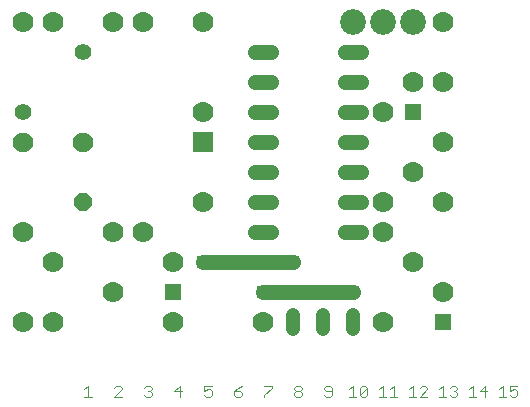
<source format=gtl>
G75*
%MOIN*%
%OFA0B0*%
%FSLAX25Y25*%
%IPPOS*%
%LPD*%
%AMOC8*
5,1,8,0,0,1.08239X$1,22.5*
%
%ADD10C,0.00300*%
%ADD11C,0.07000*%
%ADD12C,0.01299*%
%ADD13C,0.01187*%
%ADD14R,0.05543X0.05543*%
%ADD15R,0.07000X0.07000*%
%ADD16C,0.04756*%
%ADD17C,0.08600*%
%ADD18C,0.05543*%
%ADD19C,0.05150*%
%ADD20R,0.04356X0.04356*%
%ADD21C,0.05000*%
D10*
X0089305Y0014487D02*
X0091773Y0014487D01*
X0090539Y0014487D02*
X0090539Y0018190D01*
X0089305Y0016956D01*
X0099305Y0017573D02*
X0099922Y0018190D01*
X0101156Y0018190D01*
X0101773Y0017573D01*
X0101773Y0016956D01*
X0099305Y0014487D01*
X0101773Y0014487D01*
X0109305Y0015104D02*
X0109922Y0014487D01*
X0111156Y0014487D01*
X0111773Y0015104D01*
X0111773Y0015721D01*
X0111156Y0016339D01*
X0110539Y0016339D01*
X0111156Y0016339D02*
X0111773Y0016956D01*
X0111773Y0017573D01*
X0111156Y0018190D01*
X0109922Y0018190D01*
X0109305Y0017573D01*
X0119305Y0016339D02*
X0121773Y0016339D01*
X0121156Y0018190D02*
X0121156Y0014487D01*
X0119305Y0016339D02*
X0121156Y0018190D01*
X0129305Y0018190D02*
X0129305Y0016339D01*
X0130539Y0016956D01*
X0131156Y0016956D01*
X0131773Y0016339D01*
X0131773Y0015104D01*
X0131156Y0014487D01*
X0129922Y0014487D01*
X0129305Y0015104D01*
X0129305Y0018190D02*
X0131773Y0018190D01*
X0139305Y0016339D02*
X0141156Y0016339D01*
X0141773Y0015721D01*
X0141773Y0015104D01*
X0141156Y0014487D01*
X0139922Y0014487D01*
X0139305Y0015104D01*
X0139305Y0016339D01*
X0140539Y0017573D01*
X0141773Y0018190D01*
X0149305Y0018190D02*
X0151773Y0018190D01*
X0151773Y0017573D01*
X0149305Y0015104D01*
X0149305Y0014487D01*
X0159305Y0015104D02*
X0159922Y0014487D01*
X0161156Y0014487D01*
X0161773Y0015104D01*
X0161773Y0015721D01*
X0161156Y0016339D01*
X0159922Y0016339D01*
X0159305Y0016956D01*
X0159305Y0017573D01*
X0159922Y0018190D01*
X0161156Y0018190D01*
X0161773Y0017573D01*
X0161773Y0016956D01*
X0161156Y0016339D01*
X0159922Y0016339D02*
X0159305Y0015721D01*
X0159305Y0015104D01*
X0169305Y0015104D02*
X0169922Y0014487D01*
X0171156Y0014487D01*
X0171773Y0015104D01*
X0171773Y0017573D01*
X0171156Y0018190D01*
X0169922Y0018190D01*
X0169305Y0017573D01*
X0169305Y0016956D01*
X0169922Y0016339D01*
X0171773Y0016339D01*
X0177463Y0016956D02*
X0178697Y0018190D01*
X0178697Y0014487D01*
X0177463Y0014487D02*
X0179932Y0014487D01*
X0181146Y0015104D02*
X0183615Y0017573D01*
X0183615Y0015104D01*
X0182998Y0014487D01*
X0181763Y0014487D01*
X0181146Y0015104D01*
X0181146Y0017573D01*
X0181763Y0018190D01*
X0182998Y0018190D01*
X0183615Y0017573D01*
X0187463Y0016956D02*
X0188697Y0018190D01*
X0188697Y0014487D01*
X0187463Y0014487D02*
X0189932Y0014487D01*
X0191146Y0014487D02*
X0193615Y0014487D01*
X0192381Y0014487D02*
X0192381Y0018190D01*
X0191146Y0016956D01*
X0197463Y0016956D02*
X0198697Y0018190D01*
X0198697Y0014487D01*
X0197463Y0014487D02*
X0199932Y0014487D01*
X0201146Y0014487D02*
X0203615Y0016956D01*
X0203615Y0017573D01*
X0202998Y0018190D01*
X0201763Y0018190D01*
X0201146Y0017573D01*
X0201146Y0014487D02*
X0203615Y0014487D01*
X0207463Y0014487D02*
X0209932Y0014487D01*
X0208697Y0014487D02*
X0208697Y0018190D01*
X0207463Y0016956D01*
X0211146Y0017573D02*
X0211763Y0018190D01*
X0212998Y0018190D01*
X0213615Y0017573D01*
X0213615Y0016956D01*
X0212998Y0016339D01*
X0213615Y0015721D01*
X0213615Y0015104D01*
X0212998Y0014487D01*
X0211763Y0014487D01*
X0211146Y0015104D01*
X0212381Y0016339D02*
X0212998Y0016339D01*
X0217463Y0016956D02*
X0218697Y0018190D01*
X0218697Y0014487D01*
X0217463Y0014487D02*
X0219932Y0014487D01*
X0221146Y0016339D02*
X0223615Y0016339D01*
X0222998Y0018190D02*
X0222998Y0014487D01*
X0221146Y0016339D02*
X0222998Y0018190D01*
X0227463Y0016956D02*
X0228697Y0018190D01*
X0228697Y0014487D01*
X0227463Y0014487D02*
X0229932Y0014487D01*
X0231146Y0015104D02*
X0231763Y0014487D01*
X0232998Y0014487D01*
X0233615Y0015104D01*
X0233615Y0016339D01*
X0232998Y0016956D01*
X0232381Y0016956D01*
X0231146Y0016339D01*
X0231146Y0018190D01*
X0233615Y0018190D01*
D11*
X0068897Y0039337D03*
X0078897Y0039337D03*
X0098897Y0049337D03*
X0078897Y0059337D03*
X0068897Y0069337D03*
X0098897Y0069337D03*
X0108897Y0069337D03*
X0118897Y0059337D03*
X0118897Y0039337D03*
X0148897Y0039337D03*
X0188897Y0039337D03*
X0208897Y0049337D03*
X0198897Y0059337D03*
X0188897Y0069337D03*
X0188897Y0079337D03*
X0198897Y0089337D03*
X0208897Y0079337D03*
X0208897Y0099337D03*
X0188897Y0109337D03*
X0198897Y0119337D03*
X0208897Y0119337D03*
X0208897Y0139337D03*
X0128897Y0139337D03*
X0108897Y0139337D03*
X0098897Y0139337D03*
X0078897Y0139337D03*
X0068897Y0139337D03*
X0128897Y0109337D03*
X0128897Y0079337D03*
D12*
X0089323Y0097390D02*
X0089973Y0096740D01*
X0087821Y0096740D01*
X0086300Y0098261D01*
X0086300Y0100413D01*
X0087821Y0101934D01*
X0089973Y0101934D01*
X0091494Y0100413D01*
X0091494Y0098261D01*
X0089973Y0096740D01*
X0089570Y0097714D01*
X0088224Y0097714D01*
X0087274Y0098664D01*
X0087274Y0100010D01*
X0088224Y0100960D01*
X0089570Y0100960D01*
X0090520Y0100010D01*
X0090520Y0098664D01*
X0089570Y0097714D01*
X0089165Y0098688D01*
X0088629Y0098688D01*
X0088248Y0099069D01*
X0088248Y0099605D01*
X0088629Y0099986D01*
X0089165Y0099986D01*
X0089546Y0099605D01*
X0089546Y0099069D01*
X0089165Y0098688D01*
X0069323Y0097390D02*
X0069973Y0096740D01*
X0067821Y0096740D01*
X0066300Y0098261D01*
X0066300Y0100413D01*
X0067821Y0101934D01*
X0069973Y0101934D01*
X0071494Y0100413D01*
X0071494Y0098261D01*
X0069973Y0096740D01*
X0069570Y0097714D01*
X0068224Y0097714D01*
X0067274Y0098664D01*
X0067274Y0100010D01*
X0068224Y0100960D01*
X0069570Y0100960D01*
X0070520Y0100010D01*
X0070520Y0098664D01*
X0069570Y0097714D01*
X0069165Y0098688D01*
X0068629Y0098688D01*
X0068248Y0099069D01*
X0068248Y0099605D01*
X0068629Y0099986D01*
X0069165Y0099986D01*
X0069546Y0099605D01*
X0069546Y0099069D01*
X0069165Y0098688D01*
D13*
X0089287Y0077557D02*
X0089881Y0076963D01*
X0087913Y0076963D01*
X0086523Y0078353D01*
X0086523Y0080321D01*
X0087913Y0081711D01*
X0089881Y0081711D01*
X0091271Y0080321D01*
X0091271Y0078353D01*
X0089881Y0076963D01*
X0089512Y0077854D01*
X0088282Y0077854D01*
X0087414Y0078722D01*
X0087414Y0079952D01*
X0088282Y0080820D01*
X0089512Y0080820D01*
X0090380Y0079952D01*
X0090380Y0078722D01*
X0089512Y0077854D01*
X0089143Y0078745D01*
X0088651Y0078745D01*
X0088305Y0079091D01*
X0088305Y0079583D01*
X0088651Y0079929D01*
X0089143Y0079929D01*
X0089489Y0079583D01*
X0089489Y0079091D01*
X0089143Y0078745D01*
D14*
X0118897Y0049337D03*
X0198897Y0109337D03*
X0208897Y0039337D03*
D15*
X0128897Y0099337D03*
D16*
X0158897Y0041715D02*
X0158897Y0036959D01*
X0168897Y0036959D02*
X0168897Y0041715D01*
X0178897Y0041715D02*
X0178897Y0036959D01*
D17*
X0178897Y0139337D03*
X0188897Y0139337D03*
X0198897Y0139337D03*
D18*
X0088897Y0129337D03*
X0068897Y0109337D03*
D19*
X0146323Y0109337D02*
X0151472Y0109337D01*
X0151472Y0099337D02*
X0146323Y0099337D01*
X0146323Y0089337D02*
X0151472Y0089337D01*
X0151472Y0079337D02*
X0146323Y0079337D01*
X0146323Y0069337D02*
X0151472Y0069337D01*
X0176323Y0069337D02*
X0181472Y0069337D01*
X0181472Y0079337D02*
X0176323Y0079337D01*
X0176323Y0089337D02*
X0181472Y0089337D01*
X0181472Y0099337D02*
X0176323Y0099337D01*
X0176323Y0109337D02*
X0181472Y0109337D01*
X0181472Y0119337D02*
X0176323Y0119337D01*
X0176323Y0129337D02*
X0181472Y0129337D01*
X0151472Y0129337D02*
X0146323Y0129337D01*
X0146323Y0119337D02*
X0151472Y0119337D01*
D20*
X0158897Y0059337D03*
X0148897Y0049337D03*
X0128897Y0059337D03*
X0178897Y0049337D03*
D21*
X0148897Y0049337D01*
X0158897Y0059337D02*
X0128897Y0059337D01*
M02*

</source>
